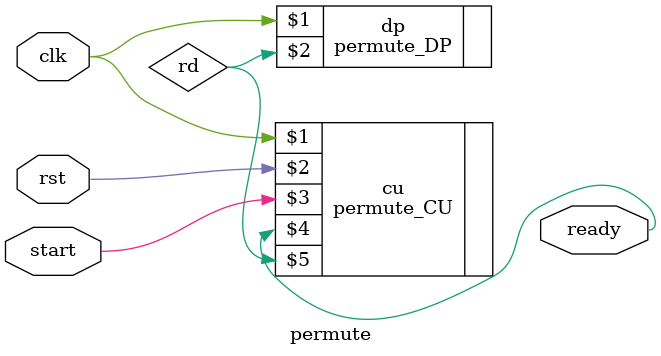
<source format=v>
module permute(
	clk,
	rst,
	start,
	ready
);
	input clk, rst, start;
	output ready;
	wire rd;
 
	permute_DP dp(clk, rd);
	
	permute_CU cu(clk, rst, start, ready, rd);	

endmodule


</source>
